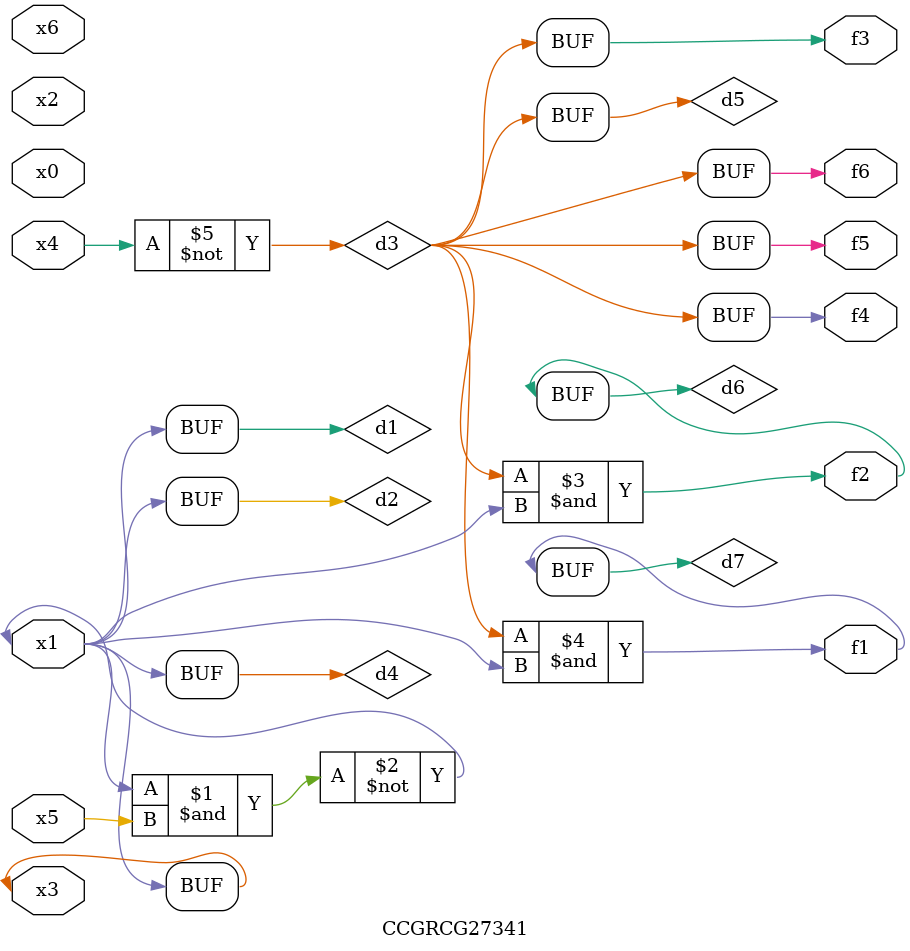
<source format=v>
module CCGRCG27341(
	input x0, x1, x2, x3, x4, x5, x6,
	output f1, f2, f3, f4, f5, f6
);

	wire d1, d2, d3, d4, d5, d6, d7;

	buf (d1, x1, x3);
	nand (d2, x1, x5);
	not (d3, x4);
	buf (d4, d1, d2);
	buf (d5, d3);
	and (d6, d3, d4);
	and (d7, d3, d4);
	assign f1 = d7;
	assign f2 = d6;
	assign f3 = d5;
	assign f4 = d5;
	assign f5 = d5;
	assign f6 = d5;
endmodule

</source>
